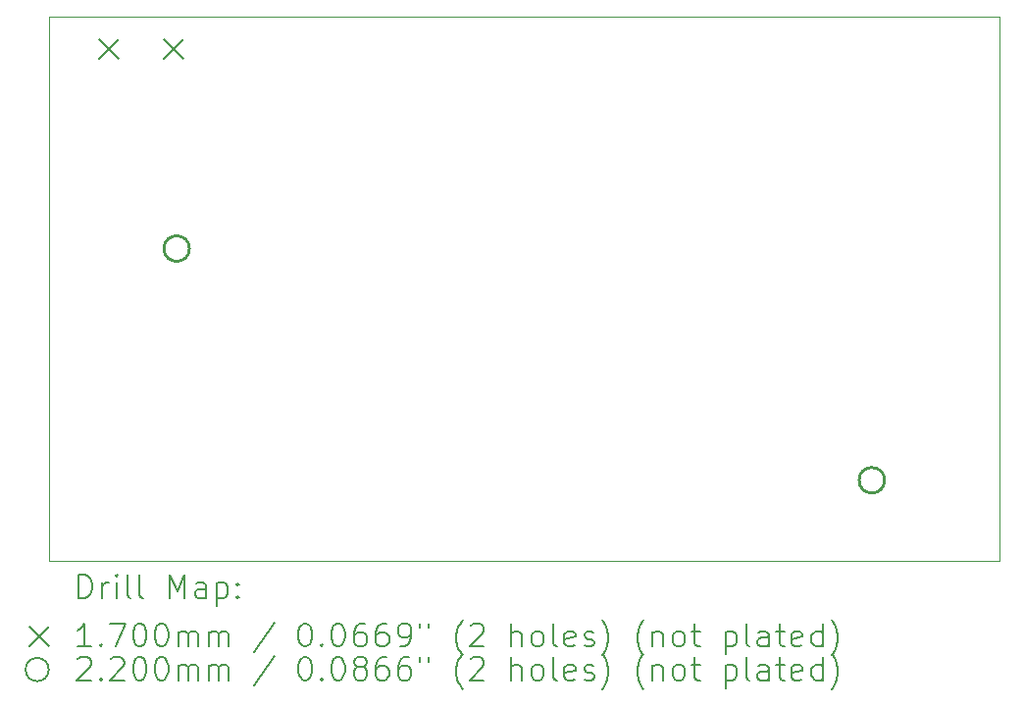
<source format=gbr>
From 11424e61e0315c527d740a2c19b01d88b3a6c7f0 Mon Sep 17 00:00:00 2001
From: Chris Xiong <chirs241097@gmail.com>
Date: Sat, 17 Feb 2024 19:04:54 -0500
Subject: Initial commit for rev 1 board.

---
 out/rbus-adat-NPTH-drl_map.gbr | 1785 ++++++++++++++++++++++++++++++++++++++++
 1 file changed, 1785 insertions(+)
 create mode 100644 out/rbus-adat-NPTH-drl_map.gbr

(limited to 'out/rbus-adat-NPTH-drl_map.gbr')

diff --git a/out/rbus-adat-NPTH-drl_map.gbr b/out/rbus-adat-NPTH-drl_map.gbr
new file mode 100644
index 0000000..1835ff1
--- /dev/null
+++ b/out/rbus-adat-NPTH-drl_map.gbr
@@ -0,0 +1,1785 @@
+%TF.GenerationSoftware,KiCad,Pcbnew,7.0.10*%
+%TF.CreationDate,2024-02-17T01:46:57-05:00*%
+%TF.ProjectId,rbus-adat,72627573-2d61-4646-9174-2e6b69636164,0*%
+%TF.SameCoordinates,Original*%
+%TF.FileFunction,Drillmap*%
+%TF.FilePolarity,Positive*%
+%FSLAX45Y45*%
+G04 Gerber Fmt 4.5, Leading zero omitted, Abs format (unit mm)*
+G04 Created by KiCad (PCBNEW 7.0.10) date 2024-02-17 01:46:57*
+%MOMM*%
+%LPD*%
+G01*
+G04 APERTURE LIST*
+%ADD10C,0.100000*%
+%ADD11C,0.200000*%
+%ADD12C,0.170000*%
+%ADD13C,0.220000*%
+G04 APERTURE END LIST*
+D10*
+X8100000Y-4800000D02*
+X16300000Y-4800000D01*
+X16300000Y-9500000D01*
+X8100000Y-9500000D01*
+X8100000Y-4800000D01*
+D11*
+D12*
+X8527000Y-4995000D02*
+X8697000Y-5165000D01*
+X8697000Y-4995000D02*
+X8527000Y-5165000D01*
+X9087000Y-4995000D02*
+X9257000Y-5165000D01*
+X9257000Y-4995000D02*
+X9087000Y-5165000D01*
+D13*
+X9310000Y-6800000D02*
+G75*
+G03*
+X9090000Y-6800000I-110000J0D01*
+G01*
+X9090000Y-6800000D02*
+G75*
+G03*
+X9310000Y-6800000I110000J0D01*
+G01*
+X15310000Y-8800000D02*
+G75*
+G03*
+X15090000Y-8800000I-110000J0D01*
+G01*
+X15090000Y-8800000D02*
+G75*
+G03*
+X15310000Y-8800000I110000J0D01*
+G01*
+D11*
+X8355777Y-9816484D02*
+X8355777Y-9616484D01*
+X8355777Y-9616484D02*
+X8403396Y-9616484D01*
+X8403396Y-9616484D02*
+X8431967Y-9626008D01*
+X8431967Y-9626008D02*
+X8451015Y-9645055D01*
+X8451015Y-9645055D02*
+X8460539Y-9664103D01*
+X8460539Y-9664103D02*
+X8470063Y-9702198D01*
+X8470063Y-9702198D02*
+X8470063Y-9730770D01*
+X8470063Y-9730770D02*
+X8460539Y-9768865D01*
+X8460539Y-9768865D02*
+X8451015Y-9787912D01*
+X8451015Y-9787912D02*
+X8431967Y-9806960D01*
+X8431967Y-9806960D02*
+X8403396Y-9816484D01*
+X8403396Y-9816484D02*
+X8355777Y-9816484D01*
+X8555777Y-9816484D02*
+X8555777Y-9683150D01*
+X8555777Y-9721246D02*
+X8565301Y-9702198D01*
+X8565301Y-9702198D02*
+X8574824Y-9692674D01*
+X8574824Y-9692674D02*
+X8593872Y-9683150D01*
+X8593872Y-9683150D02*
+X8612920Y-9683150D01*
+X8679586Y-9816484D02*
+X8679586Y-9683150D01*
+X8679586Y-9616484D02*
+X8670063Y-9626008D01*
+X8670063Y-9626008D02*
+X8679586Y-9635531D01*
+X8679586Y-9635531D02*
+X8689110Y-9626008D01*
+X8689110Y-9626008D02*
+X8679586Y-9616484D01*
+X8679586Y-9616484D02*
+X8679586Y-9635531D01*
+X8803396Y-9816484D02*
+X8784348Y-9806960D01*
+X8784348Y-9806960D02*
+X8774824Y-9787912D01*
+X8774824Y-9787912D02*
+X8774824Y-9616484D01*
+X8908158Y-9816484D02*
+X8889110Y-9806960D01*
+X8889110Y-9806960D02*
+X8879586Y-9787912D01*
+X8879586Y-9787912D02*
+X8879586Y-9616484D01*
+X9136729Y-9816484D02*
+X9136729Y-9616484D01*
+X9136729Y-9616484D02*
+X9203396Y-9759341D01*
+X9203396Y-9759341D02*
+X9270063Y-9616484D01*
+X9270063Y-9616484D02*
+X9270063Y-9816484D01*
+X9451015Y-9816484D02*
+X9451015Y-9711722D01*
+X9451015Y-9711722D02*
+X9441491Y-9692674D01*
+X9441491Y-9692674D02*
+X9422444Y-9683150D01*
+X9422444Y-9683150D02*
+X9384348Y-9683150D01*
+X9384348Y-9683150D02*
+X9365301Y-9692674D01*
+X9451015Y-9806960D02*
+X9431967Y-9816484D01*
+X9431967Y-9816484D02*
+X9384348Y-9816484D01*
+X9384348Y-9816484D02*
+X9365301Y-9806960D01*
+X9365301Y-9806960D02*
+X9355777Y-9787912D01*
+X9355777Y-9787912D02*
+X9355777Y-9768865D01*
+X9355777Y-9768865D02*
+X9365301Y-9749817D01*
+X9365301Y-9749817D02*
+X9384348Y-9740293D01*
+X9384348Y-9740293D02*
+X9431967Y-9740293D01*
+X9431967Y-9740293D02*
+X9451015Y-9730770D01*
+X9546253Y-9683150D02*
+X9546253Y-9883150D01*
+X9546253Y-9692674D02*
+X9565301Y-9683150D01*
+X9565301Y-9683150D02*
+X9603396Y-9683150D01*
+X9603396Y-9683150D02*
+X9622444Y-9692674D01*
+X9622444Y-9692674D02*
+X9631967Y-9702198D01*
+X9631967Y-9702198D02*
+X9641491Y-9721246D01*
+X9641491Y-9721246D02*
+X9641491Y-9778389D01*
+X9641491Y-9778389D02*
+X9631967Y-9797436D01*
+X9631967Y-9797436D02*
+X9622444Y-9806960D01*
+X9622444Y-9806960D02*
+X9603396Y-9816484D01*
+X9603396Y-9816484D02*
+X9565301Y-9816484D01*
+X9565301Y-9816484D02*
+X9546253Y-9806960D01*
+X9727205Y-9797436D02*
+X9736729Y-9806960D01*
+X9736729Y-9806960D02*
+X9727205Y-9816484D01*
+X9727205Y-9816484D02*
+X9717682Y-9806960D01*
+X9717682Y-9806960D02*
+X9727205Y-9797436D01*
+X9727205Y-9797436D02*
+X9727205Y-9816484D01*
+X9727205Y-9692674D02*
+X9736729Y-9702198D01*
+X9736729Y-9702198D02*
+X9727205Y-9711722D01*
+X9727205Y-9711722D02*
+X9717682Y-9702198D01*
+X9717682Y-9702198D02*
+X9727205Y-9692674D01*
+X9727205Y-9692674D02*
+X9727205Y-9711722D01*
+D12*
+X7925000Y-10060000D02*
+X8095000Y-10230000D01*
+X8095000Y-10060000D02*
+X7925000Y-10230000D01*
+D11*
+X8460539Y-10236484D02*
+X8346253Y-10236484D01*
+X8403396Y-10236484D02*
+X8403396Y-10036484D01*
+X8403396Y-10036484D02*
+X8384348Y-10065055D01*
+X8384348Y-10065055D02*
+X8365301Y-10084103D01*
+X8365301Y-10084103D02*
+X8346253Y-10093627D01*
+X8546253Y-10217436D02*
+X8555777Y-10226960D01*
+X8555777Y-10226960D02*
+X8546253Y-10236484D01*
+X8546253Y-10236484D02*
+X8536729Y-10226960D01*
+X8536729Y-10226960D02*
+X8546253Y-10217436D01*
+X8546253Y-10217436D02*
+X8546253Y-10236484D01*
+X8622444Y-10036484D02*
+X8755777Y-10036484D01*
+X8755777Y-10036484D02*
+X8670063Y-10236484D01*
+X8870063Y-10036484D02*
+X8889110Y-10036484D01*
+X8889110Y-10036484D02*
+X8908158Y-10046008D01*
+X8908158Y-10046008D02*
+X8917682Y-10055531D01*
+X8917682Y-10055531D02*
+X8927205Y-10074579D01*
+X8927205Y-10074579D02*
+X8936729Y-10112674D01*
+X8936729Y-10112674D02*
+X8936729Y-10160293D01*
+X8936729Y-10160293D02*
+X8927205Y-10198389D01*
+X8927205Y-10198389D02*
+X8917682Y-10217436D01*
+X8917682Y-10217436D02*
+X8908158Y-10226960D01*
+X8908158Y-10226960D02*
+X8889110Y-10236484D01*
+X8889110Y-10236484D02*
+X8870063Y-10236484D01*
+X8870063Y-10236484D02*
+X8851015Y-10226960D01*
+X8851015Y-10226960D02*
+X8841491Y-10217436D01*
+X8841491Y-10217436D02*
+X8831967Y-10198389D01*
+X8831967Y-10198389D02*
+X8822444Y-10160293D01*
+X8822444Y-10160293D02*
+X8822444Y-10112674D01*
+X8822444Y-10112674D02*
+X8831967Y-10074579D01*
+X8831967Y-10074579D02*
+X8841491Y-10055531D01*
+X8841491Y-10055531D02*
+X8851015Y-10046008D01*
+X8851015Y-10046008D02*
+X8870063Y-10036484D01*
+X9060539Y-10036484D02*
+X9079586Y-10036484D01*
+X9079586Y-10036484D02*
+X9098634Y-10046008D01*
+X9098634Y-10046008D02*
+X9108158Y-10055531D01*
+X9108158Y-10055531D02*
+X9117682Y-10074579D01*
+X9117682Y-10074579D02*
+X9127205Y-10112674D01*
+X9127205Y-10112674D02*
+X9127205Y-10160293D01*
+X9127205Y-10160293D02*
+X9117682Y-10198389D01*
+X9117682Y-10198389D02*
+X9108158Y-10217436D01*
+X9108158Y-10217436D02*
+X9098634Y-10226960D01*
+X9098634Y-10226960D02*
+X9079586Y-10236484D01*
+X9079586Y-10236484D02*
+X9060539Y-10236484D01*
+X9060539Y-10236484D02*
+X9041491Y-10226960D01*
+X9041491Y-10226960D02*
+X9031967Y-10217436D01*
+X9031967Y-10217436D02*
+X9022444Y-10198389D01*
+X9022444Y-10198389D02*
+X9012920Y-10160293D01*
+X9012920Y-10160293D02*
+X9012920Y-10112674D01*
+X9012920Y-10112674D02*
+X9022444Y-10074579D01*
+X9022444Y-10074579D02*
+X9031967Y-10055531D01*
+X9031967Y-10055531D02*
+X9041491Y-10046008D01*
+X9041491Y-10046008D02*
+X9060539Y-10036484D01*
+X9212920Y-10236484D02*
+X9212920Y-10103150D01*
+X9212920Y-10122198D02*
+X9222444Y-10112674D01*
+X9222444Y-10112674D02*
+X9241491Y-10103150D01*
+X9241491Y-10103150D02*
+X9270063Y-10103150D01*
+X9270063Y-10103150D02*
+X9289110Y-10112674D01*
+X9289110Y-10112674D02*
+X9298634Y-10131722D01*
+X9298634Y-10131722D02*
+X9298634Y-10236484D01*
+X9298634Y-10131722D02*
+X9308158Y-10112674D01*
+X9308158Y-10112674D02*
+X9327205Y-10103150D01*
+X9327205Y-10103150D02*
+X9355777Y-10103150D01*
+X9355777Y-10103150D02*
+X9374825Y-10112674D01*
+X9374825Y-10112674D02*
+X9384348Y-10131722D01*
+X9384348Y-10131722D02*
+X9384348Y-10236484D01*
+X9479586Y-10236484D02*
+X9479586Y-10103150D01*
+X9479586Y-10122198D02*
+X9489110Y-10112674D01*
+X9489110Y-10112674D02*
+X9508158Y-10103150D01*
+X9508158Y-10103150D02*
+X9536729Y-10103150D01*
+X9536729Y-10103150D02*
+X9555777Y-10112674D01*
+X9555777Y-10112674D02*
+X9565301Y-10131722D01*
+X9565301Y-10131722D02*
+X9565301Y-10236484D01*
+X9565301Y-10131722D02*
+X9574825Y-10112674D01*
+X9574825Y-10112674D02*
+X9593872Y-10103150D01*
+X9593872Y-10103150D02*
+X9622444Y-10103150D01*
+X9622444Y-10103150D02*
+X9641491Y-10112674D01*
+X9641491Y-10112674D02*
+X9651015Y-10131722D01*
+X9651015Y-10131722D02*
+X9651015Y-10236484D01*
+X10041491Y-10026960D02*
+X9870063Y-10284103D01*
+X10298634Y-10036484D02*
+X10317682Y-10036484D01*
+X10317682Y-10036484D02*
+X10336729Y-10046008D01*
+X10336729Y-10046008D02*
+X10346253Y-10055531D01*
+X10346253Y-10055531D02*
+X10355777Y-10074579D01*
+X10355777Y-10074579D02*
+X10365301Y-10112674D01*
+X10365301Y-10112674D02*
+X10365301Y-10160293D01*
+X10365301Y-10160293D02*
+X10355777Y-10198389D01*
+X10355777Y-10198389D02*
+X10346253Y-10217436D01*
+X10346253Y-10217436D02*
+X10336729Y-10226960D01*
+X10336729Y-10226960D02*
+X10317682Y-10236484D01*
+X10317682Y-10236484D02*
+X10298634Y-10236484D01*
+X10298634Y-10236484D02*
+X10279587Y-10226960D01*
+X10279587Y-10226960D02*
+X10270063Y-10217436D01*
+X10270063Y-10217436D02*
+X10260539Y-10198389D01*
+X10260539Y-10198389D02*
+X10251015Y-10160293D01*
+X10251015Y-10160293D02*
+X10251015Y-10112674D01*
+X10251015Y-10112674D02*
+X10260539Y-10074579D01*
+X10260539Y-10074579D02*
+X10270063Y-10055531D01*
+X10270063Y-10055531D02*
+X10279587Y-10046008D01*
+X10279587Y-10046008D02*
+X10298634Y-10036484D01*
+X10451015Y-10217436D02*
+X10460539Y-10226960D01*
+X10460539Y-10226960D02*
+X10451015Y-10236484D01*
+X10451015Y-10236484D02*
+X10441491Y-10226960D01*
+X10441491Y-10226960D02*
+X10451015Y-10217436D01*
+X10451015Y-10217436D02*
+X10451015Y-10236484D01*
+X10584348Y-10036484D02*
+X10603396Y-10036484D01*
+X10603396Y-10036484D02*
+X10622444Y-10046008D01*
+X10622444Y-10046008D02*
+X10631968Y-10055531D01*
+X10631968Y-10055531D02*
+X10641491Y-10074579D01*
+X10641491Y-10074579D02*
+X10651015Y-10112674D01*
+X10651015Y-10112674D02*
+X10651015Y-10160293D01*
+X10651015Y-10160293D02*
+X10641491Y-10198389D01*
+X10641491Y-10198389D02*
+X10631968Y-10217436D01*
+X10631968Y-10217436D02*
+X10622444Y-10226960D01*
+X10622444Y-10226960D02*
+X10603396Y-10236484D01*
+X10603396Y-10236484D02*
+X10584348Y-10236484D01*
+X10584348Y-10236484D02*
+X10565301Y-10226960D01*
+X10565301Y-10226960D02*
+X10555777Y-10217436D01*
+X10555777Y-10217436D02*
+X10546253Y-10198389D01*
+X10546253Y-10198389D02*
+X10536729Y-10160293D01*
+X10536729Y-10160293D02*
+X10536729Y-10112674D01*
+X10536729Y-10112674D02*
+X10546253Y-10074579D01*
+X10546253Y-10074579D02*
+X10555777Y-10055531D01*
+X10555777Y-10055531D02*
+X10565301Y-10046008D01*
+X10565301Y-10046008D02*
+X10584348Y-10036484D01*
+X10822444Y-10036484D02*
+X10784348Y-10036484D01*
+X10784348Y-10036484D02*
+X10765301Y-10046008D01*
+X10765301Y-10046008D02*
+X10755777Y-10055531D01*
+X10755777Y-10055531D02*
+X10736729Y-10084103D01*
+X10736729Y-10084103D02*
+X10727206Y-10122198D01*
+X10727206Y-10122198D02*
+X10727206Y-10198389D01*
+X10727206Y-10198389D02*
+X10736729Y-10217436D01*
+X10736729Y-10217436D02*
+X10746253Y-10226960D01*
+X10746253Y-10226960D02*
+X10765301Y-10236484D01*
+X10765301Y-10236484D02*
+X10803396Y-10236484D01*
+X10803396Y-10236484D02*
+X10822444Y-10226960D01*
+X10822444Y-10226960D02*
+X10831968Y-10217436D01*
+X10831968Y-10217436D02*
+X10841491Y-10198389D01*
+X10841491Y-10198389D02*
+X10841491Y-10150770D01*
+X10841491Y-10150770D02*
+X10831968Y-10131722D01*
+X10831968Y-10131722D02*
+X10822444Y-10122198D01*
+X10822444Y-10122198D02*
+X10803396Y-10112674D01*
+X10803396Y-10112674D02*
+X10765301Y-10112674D01*
+X10765301Y-10112674D02*
+X10746253Y-10122198D01*
+X10746253Y-10122198D02*
+X10736729Y-10131722D01*
+X10736729Y-10131722D02*
+X10727206Y-10150770D01*
+X11012920Y-10036484D02*
+X10974825Y-10036484D01*
+X10974825Y-10036484D02*
+X10955777Y-10046008D01*
+X10955777Y-10046008D02*
+X10946253Y-10055531D01*
+X10946253Y-10055531D02*
+X10927206Y-10084103D01*
+X10927206Y-10084103D02*
+X10917682Y-10122198D01*
+X10917682Y-10122198D02*
+X10917682Y-10198389D01*
+X10917682Y-10198389D02*
+X10927206Y-10217436D01*
+X10927206Y-10217436D02*
+X10936729Y-10226960D01*
+X10936729Y-10226960D02*
+X10955777Y-10236484D01*
+X10955777Y-10236484D02*
+X10993872Y-10236484D01*
+X10993872Y-10236484D02*
+X11012920Y-10226960D01*
+X11012920Y-10226960D02*
+X11022444Y-10217436D01*
+X11022444Y-10217436D02*
+X11031968Y-10198389D01*
+X11031968Y-10198389D02*
+X11031968Y-10150770D01*
+X11031968Y-10150770D02*
+X11022444Y-10131722D01*
+X11022444Y-10131722D02*
+X11012920Y-10122198D01*
+X11012920Y-10122198D02*
+X10993872Y-10112674D01*
+X10993872Y-10112674D02*
+X10955777Y-10112674D01*
+X10955777Y-10112674D02*
+X10936729Y-10122198D01*
+X10936729Y-10122198D02*
+X10927206Y-10131722D01*
+X10927206Y-10131722D02*
+X10917682Y-10150770D01*
+X11127206Y-10236484D02*
+X11165301Y-10236484D01*
+X11165301Y-10236484D02*
+X11184349Y-10226960D01*
+X11184349Y-10226960D02*
+X11193872Y-10217436D01*
+X11193872Y-10217436D02*
+X11212920Y-10188865D01*
+X11212920Y-10188865D02*
+X11222444Y-10150770D01*
+X11222444Y-10150770D02*
+X11222444Y-10074579D01*
+X11222444Y-10074579D02*
+X11212920Y-10055531D01*
+X11212920Y-10055531D02*
+X11203396Y-10046008D01*
+X11203396Y-10046008D02*
+X11184349Y-10036484D01*
+X11184349Y-10036484D02*
+X11146253Y-10036484D01*
+X11146253Y-10036484D02*
+X11127206Y-10046008D01*
+X11127206Y-10046008D02*
+X11117682Y-10055531D01*
+X11117682Y-10055531D02*
+X11108158Y-10074579D01*
+X11108158Y-10074579D02*
+X11108158Y-10122198D01*
+X11108158Y-10122198D02*
+X11117682Y-10141246D01*
+X11117682Y-10141246D02*
+X11127206Y-10150770D01*
+X11127206Y-10150770D02*
+X11146253Y-10160293D01*
+X11146253Y-10160293D02*
+X11184349Y-10160293D01*
+X11184349Y-10160293D02*
+X11203396Y-10150770D01*
+X11203396Y-10150770D02*
+X11212920Y-10141246D01*
+X11212920Y-10141246D02*
+X11222444Y-10122198D01*
+X11298634Y-10036484D02*
+X11298634Y-10074579D01*
+X11374825Y-10036484D02*
+X11374825Y-10074579D01*
+X11670063Y-10312674D02*
+X11660539Y-10303150D01*
+X11660539Y-10303150D02*
+X11641491Y-10274579D01*
+X11641491Y-10274579D02*
+X11631968Y-10255531D01*
+X11631968Y-10255531D02*
+X11622444Y-10226960D01*
+X11622444Y-10226960D02*
+X11612920Y-10179341D01*
+X11612920Y-10179341D02*
+X11612920Y-10141246D01*
+X11612920Y-10141246D02*
+X11622444Y-10093627D01*
+X11622444Y-10093627D02*
+X11631968Y-10065055D01*
+X11631968Y-10065055D02*
+X11641491Y-10046008D01*
+X11641491Y-10046008D02*
+X11660539Y-10017436D01*
+X11660539Y-10017436D02*
+X11670063Y-10007912D01*
+X11736729Y-10055531D02*
+X11746253Y-10046008D01*
+X11746253Y-10046008D02*
+X11765301Y-10036484D01*
+X11765301Y-10036484D02*
+X11812920Y-10036484D01*
+X11812920Y-10036484D02*
+X11831968Y-10046008D01*
+X11831968Y-10046008D02*
+X11841491Y-10055531D01*
+X11841491Y-10055531D02*
+X11851015Y-10074579D01*
+X11851015Y-10074579D02*
+X11851015Y-10093627D01*
+X11851015Y-10093627D02*
+X11841491Y-10122198D01*
+X11841491Y-10122198D02*
+X11727206Y-10236484D01*
+X11727206Y-10236484D02*
+X11851015Y-10236484D01*
+X12089110Y-10236484D02*
+X12089110Y-10036484D01*
+X12174825Y-10236484D02*
+X12174825Y-10131722D01*
+X12174825Y-10131722D02*
+X12165301Y-10112674D01*
+X12165301Y-10112674D02*
+X12146253Y-10103150D01*
+X12146253Y-10103150D02*
+X12117682Y-10103150D01*
+X12117682Y-10103150D02*
+X12098634Y-10112674D01*
+X12098634Y-10112674D02*
+X12089110Y-10122198D01*
+X12298634Y-10236484D02*
+X12279587Y-10226960D01*
+X12279587Y-10226960D02*
+X12270063Y-10217436D01*
+X12270063Y-10217436D02*
+X12260539Y-10198389D01*
+X12260539Y-10198389D02*
+X12260539Y-10141246D01*
+X12260539Y-10141246D02*
+X12270063Y-10122198D01*
+X12270063Y-10122198D02*
+X12279587Y-10112674D01*
+X12279587Y-10112674D02*
+X12298634Y-10103150D01*
+X12298634Y-10103150D02*
+X12327206Y-10103150D01*
+X12327206Y-10103150D02*
+X12346253Y-10112674D01*
+X12346253Y-10112674D02*
+X12355777Y-10122198D01*
+X12355777Y-10122198D02*
+X12365301Y-10141246D01*
+X12365301Y-10141246D02*
+X12365301Y-10198389D01*
+X12365301Y-10198389D02*
+X12355777Y-10217436D01*
+X12355777Y-10217436D02*
+X12346253Y-10226960D01*
+X12346253Y-10226960D02*
+X12327206Y-10236484D01*
+X12327206Y-10236484D02*
+X12298634Y-10236484D01*
+X12479587Y-10236484D02*
+X12460539Y-10226960D01*
+X12460539Y-10226960D02*
+X12451015Y-10207912D01*
+X12451015Y-10207912D02*
+X12451015Y-10036484D01*
+X12631968Y-10226960D02*
+X12612920Y-10236484D01*
+X12612920Y-10236484D02*
+X12574825Y-10236484D01*
+X12574825Y-10236484D02*
+X12555777Y-10226960D01*
+X12555777Y-10226960D02*
+X12546253Y-10207912D01*
+X12546253Y-10207912D02*
+X12546253Y-10131722D01*
+X12546253Y-10131722D02*
+X12555777Y-10112674D01*
+X12555777Y-10112674D02*
+X12574825Y-10103150D01*
+X12574825Y-10103150D02*
+X12612920Y-10103150D01*
+X12612920Y-10103150D02*
+X12631968Y-10112674D01*
+X12631968Y-10112674D02*
+X12641491Y-10131722D01*
+X12641491Y-10131722D02*
+X12641491Y-10150770D01*
+X12641491Y-10150770D02*
+X12546253Y-10169817D01*
+X12717682Y-10226960D02*
+X12736730Y-10236484D01*
+X12736730Y-10236484D02*
+X12774825Y-10236484D01*
+X12774825Y-10236484D02*
+X12793872Y-10226960D01*
+X12793872Y-10226960D02*
+X12803396Y-10207912D01*
+X12803396Y-10207912D02*
+X12803396Y-10198389D01*
+X12803396Y-10198389D02*
+X12793872Y-10179341D01*
+X12793872Y-10179341D02*
+X12774825Y-10169817D01*
+X12774825Y-10169817D02*
+X12746253Y-10169817D01*
+X12746253Y-10169817D02*
+X12727206Y-10160293D01*
+X12727206Y-10160293D02*
+X12717682Y-10141246D01*
+X12717682Y-10141246D02*
+X12717682Y-10131722D01*
+X12717682Y-10131722D02*
+X12727206Y-10112674D01*
+X12727206Y-10112674D02*
+X12746253Y-10103150D01*
+X12746253Y-10103150D02*
+X12774825Y-10103150D01*
+X12774825Y-10103150D02*
+X12793872Y-10112674D01*
+X12870063Y-10312674D02*
+X12879587Y-10303150D01*
+X12879587Y-10303150D02*
+X12898634Y-10274579D01*
+X12898634Y-10274579D02*
+X12908158Y-10255531D01*
+X12908158Y-10255531D02*
+X12917682Y-10226960D01*
+X12917682Y-10226960D02*
+X12927206Y-10179341D01*
+X12927206Y-10179341D02*
+X12927206Y-10141246D01*
+X12927206Y-10141246D02*
+X12917682Y-10093627D01*
+X12917682Y-10093627D02*
+X12908158Y-10065055D01*
+X12908158Y-10065055D02*
+X12898634Y-10046008D01*
+X12898634Y-10046008D02*
+X12879587Y-10017436D01*
+X12879587Y-10017436D02*
+X12870063Y-10007912D01*
+X13231968Y-10312674D02*
+X13222444Y-10303150D01*
+X13222444Y-10303150D02*
+X13203396Y-10274579D01*
+X13203396Y-10274579D02*
+X13193872Y-10255531D01*
+X13193872Y-10255531D02*
+X13184349Y-10226960D01*
+X13184349Y-10226960D02*
+X13174825Y-10179341D01*
+X13174825Y-10179341D02*
+X13174825Y-10141246D01*
+X13174825Y-10141246D02*
+X13184349Y-10093627D01*
+X13184349Y-10093627D02*
+X13193872Y-10065055D01*
+X13193872Y-10065055D02*
+X13203396Y-10046008D01*
+X13203396Y-10046008D02*
+X13222444Y-10017436D01*
+X13222444Y-10017436D02*
+X13231968Y-10007912D01*
+X13308158Y-10103150D02*
+X13308158Y-10236484D01*
+X13308158Y-10122198D02*
+X13317682Y-10112674D01*
+X13317682Y-10112674D02*
+X13336730Y-10103150D01*
+X13336730Y-10103150D02*
+X13365301Y-10103150D01*
+X13365301Y-10103150D02*
+X13384349Y-10112674D01*
+X13384349Y-10112674D02*
+X13393872Y-10131722D01*
+X13393872Y-10131722D02*
+X13393872Y-10236484D01*
+X13517682Y-10236484D02*
+X13498634Y-10226960D01*
+X13498634Y-10226960D02*
+X13489111Y-10217436D01*
+X13489111Y-10217436D02*
+X13479587Y-10198389D01*
+X13479587Y-10198389D02*
+X13479587Y-10141246D01*
+X13479587Y-10141246D02*
+X13489111Y-10122198D01*
+X13489111Y-10122198D02*
+X13498634Y-10112674D01*
+X13498634Y-10112674D02*
+X13517682Y-10103150D01*
+X13517682Y-10103150D02*
+X13546253Y-10103150D01*
+X13546253Y-10103150D02*
+X13565301Y-10112674D01*
+X13565301Y-10112674D02*
+X13574825Y-10122198D01*
+X13574825Y-10122198D02*
+X13584349Y-10141246D01*
+X13584349Y-10141246D02*
+X13584349Y-10198389D01*
+X13584349Y-10198389D02*
+X13574825Y-10217436D01*
+X13574825Y-10217436D02*
+X13565301Y-10226960D01*
+X13565301Y-10226960D02*
+X13546253Y-10236484D01*
+X13546253Y-10236484D02*
+X13517682Y-10236484D01*
+X13641492Y-10103150D02*
+X13717682Y-10103150D01*
+X13670063Y-10036484D02*
+X13670063Y-10207912D01*
+X13670063Y-10207912D02*
+X13679587Y-10226960D01*
+X13679587Y-10226960D02*
+X13698634Y-10236484D01*
+X13698634Y-10236484D02*
+X13717682Y-10236484D01*
+X13936730Y-10103150D02*
+X13936730Y-10303150D01*
+X13936730Y-10112674D02*
+X13955777Y-10103150D01*
+X13955777Y-10103150D02*
+X13993873Y-10103150D01*
+X13993873Y-10103150D02*
+X14012920Y-10112674D01*
+X14012920Y-10112674D02*
+X14022444Y-10122198D01*
+X14022444Y-10122198D02*
+X14031968Y-10141246D01*
+X14031968Y-10141246D02*
+X14031968Y-10198389D01*
+X14031968Y-10198389D02*
+X14022444Y-10217436D01*
+X14022444Y-10217436D02*
+X14012920Y-10226960D01*
+X14012920Y-10226960D02*
+X13993873Y-10236484D01*
+X13993873Y-10236484D02*
+X13955777Y-10236484D01*
+X13955777Y-10236484D02*
+X13936730Y-10226960D01*
+X14146253Y-10236484D02*
+X14127206Y-10226960D01*
+X14127206Y-10226960D02*
+X14117682Y-10207912D01*
+X14117682Y-10207912D02*
+X14117682Y-10036484D01*
+X14308158Y-10236484D02*
+X14308158Y-10131722D01*
+X14308158Y-10131722D02*
+X14298634Y-10112674D01*
+X14298634Y-10112674D02*
+X14279587Y-10103150D01*
+X14279587Y-10103150D02*
+X14241492Y-10103150D01*
+X14241492Y-10103150D02*
+X14222444Y-10112674D01*
+X14308158Y-10226960D02*
+X14289111Y-10236484D01*
+X14289111Y-10236484D02*
+X14241492Y-10236484D01*
+X14241492Y-10236484D02*
+X14222444Y-10226960D01*
+X14222444Y-10226960D02*
+X14212920Y-10207912D01*
+X14212920Y-10207912D02*
+X14212920Y-10188865D01*
+X14212920Y-10188865D02*
+X14222444Y-10169817D01*
+X14222444Y-10169817D02*
+X14241492Y-10160293D01*
+X14241492Y-10160293D02*
+X14289111Y-10160293D01*
+X14289111Y-10160293D02*
+X14308158Y-10150770D01*
+X14374825Y-10103150D02*
+X14451015Y-10103150D01*
+X14403396Y-10036484D02*
+X14403396Y-10207912D01*
+X14403396Y-10207912D02*
+X14412920Y-10226960D01*
+X14412920Y-10226960D02*
+X14431968Y-10236484D01*
+X14431968Y-10236484D02*
+X14451015Y-10236484D01*
+X14593873Y-10226960D02*
+X14574825Y-10236484D01*
+X14574825Y-10236484D02*
+X14536730Y-10236484D01*
+X14536730Y-10236484D02*
+X14517682Y-10226960D01*
+X14517682Y-10226960D02*
+X14508158Y-10207912D01*
+X14508158Y-10207912D02*
+X14508158Y-10131722D01*
+X14508158Y-10131722D02*
+X14517682Y-10112674D01*
+X14517682Y-10112674D02*
+X14536730Y-10103150D01*
+X14536730Y-10103150D02*
+X14574825Y-10103150D01*
+X14574825Y-10103150D02*
+X14593873Y-10112674D01*
+X14593873Y-10112674D02*
+X14603396Y-10131722D01*
+X14603396Y-10131722D02*
+X14603396Y-10150770D01*
+X14603396Y-10150770D02*
+X14508158Y-10169817D01*
+X14774825Y-10236484D02*
+X14774825Y-10036484D01*
+X14774825Y-10226960D02*
+X14755777Y-10236484D01*
+X14755777Y-10236484D02*
+X14717682Y-10236484D01*
+X14717682Y-10236484D02*
+X14698634Y-10226960D01*
+X14698634Y-10226960D02*
+X14689111Y-10217436D01*
+X14689111Y-10217436D02*
+X14679587Y-10198389D01*
+X14679587Y-10198389D02*
+X14679587Y-10141246D01*
+X14679587Y-10141246D02*
+X14689111Y-10122198D01*
+X14689111Y-10122198D02*
+X14698634Y-10112674D01*
+X14698634Y-10112674D02*
+X14717682Y-10103150D01*
+X14717682Y-10103150D02*
+X14755777Y-10103150D01*
+X14755777Y-10103150D02*
+X14774825Y-10112674D01*
+X14851015Y-10312674D02*
+X14860539Y-10303150D01*
+X14860539Y-10303150D02*
+X14879587Y-10274579D01*
+X14879587Y-10274579D02*
+X14889111Y-10255531D01*
+X14889111Y-10255531D02*
+X14898634Y-10226960D01*
+X14898634Y-10226960D02*
+X14908158Y-10179341D01*
+X14908158Y-10179341D02*
+X14908158Y-10141246D01*
+X14908158Y-10141246D02*
+X14898634Y-10093627D01*
+X14898634Y-10093627D02*
+X14889111Y-10065055D01*
+X14889111Y-10065055D02*
+X14879587Y-10046008D01*
+X14879587Y-10046008D02*
+X14860539Y-10017436D01*
+X14860539Y-10017436D02*
+X14851015Y-10007912D01*
+X8095000Y-10435000D02*
+G75*
+G03*
+X7895000Y-10435000I-100000J0D01*
+G01*
+X7895000Y-10435000D02*
+G75*
+G03*
+X8095000Y-10435000I100000J0D01*
+G01*
+X8346253Y-10345531D02*
+X8355777Y-10336008D01*
+X8355777Y-10336008D02*
+X8374824Y-10326484D01*
+X8374824Y-10326484D02*
+X8422444Y-10326484D01*
+X8422444Y-10326484D02*
+X8441491Y-10336008D01*
+X8441491Y-10336008D02*
+X8451015Y-10345531D01*
+X8451015Y-10345531D02*
+X8460539Y-10364579D01*
+X8460539Y-10364579D02*
+X8460539Y-10383627D01*
+X8460539Y-10383627D02*
+X8451015Y-10412198D01*
+X8451015Y-10412198D02*
+X8336729Y-10526484D01*
+X8336729Y-10526484D02*
+X8460539Y-10526484D01*
+X8546253Y-10507436D02*
+X8555777Y-10516960D01*
+X8555777Y-10516960D02*
+X8546253Y-10526484D01*
+X8546253Y-10526484D02*
+X8536729Y-10516960D01*
+X8536729Y-10516960D02*
+X8546253Y-10507436D01*
+X8546253Y-10507436D02*
+X8546253Y-10526484D01*
+X8631967Y-10345531D02*
+X8641491Y-10336008D01*
+X8641491Y-10336008D02*
+X8660539Y-10326484D01*
+X8660539Y-10326484D02*
+X8708158Y-10326484D01*
+X8708158Y-10326484D02*
+X8727205Y-10336008D01*
+X8727205Y-10336008D02*
+X8736729Y-10345531D01*
+X8736729Y-10345531D02*
+X8746253Y-10364579D01*
+X8746253Y-10364579D02*
+X8746253Y-10383627D01*
+X8746253Y-10383627D02*
+X8736729Y-10412198D01*
+X8736729Y-10412198D02*
+X8622444Y-10526484D01*
+X8622444Y-10526484D02*
+X8746253Y-10526484D01*
+X8870063Y-10326484D02*
+X8889110Y-10326484D01*
+X8889110Y-10326484D02*
+X8908158Y-10336008D01*
+X8908158Y-10336008D02*
+X8917682Y-10345531D01*
+X8917682Y-10345531D02*
+X8927205Y-10364579D01*
+X8927205Y-10364579D02*
+X8936729Y-10402674D01*
+X8936729Y-10402674D02*
+X8936729Y-10450293D01*
+X8936729Y-10450293D02*
+X8927205Y-10488389D01*
+X8927205Y-10488389D02*
+X8917682Y-10507436D01*
+X8917682Y-10507436D02*
+X8908158Y-10516960D01*
+X8908158Y-10516960D02*
+X8889110Y-10526484D01*
+X8889110Y-10526484D02*
+X8870063Y-10526484D01*
+X8870063Y-10526484D02*
+X8851015Y-10516960D01*
+X8851015Y-10516960D02*
+X8841491Y-10507436D01*
+X8841491Y-10507436D02*
+X8831967Y-10488389D01*
+X8831967Y-10488389D02*
+X8822444Y-10450293D01*
+X8822444Y-10450293D02*
+X8822444Y-10402674D01*
+X8822444Y-10402674D02*
+X8831967Y-10364579D01*
+X8831967Y-10364579D02*
+X8841491Y-10345531D01*
+X8841491Y-10345531D02*
+X8851015Y-10336008D01*
+X8851015Y-10336008D02*
+X8870063Y-10326484D01*
+X9060539Y-10326484D02*
+X9079586Y-10326484D01*
+X9079586Y-10326484D02*
+X9098634Y-10336008D01*
+X9098634Y-10336008D02*
+X9108158Y-10345531D01*
+X9108158Y-10345531D02*
+X9117682Y-10364579D01*
+X9117682Y-10364579D02*
+X9127205Y-10402674D01*
+X9127205Y-10402674D02*
+X9127205Y-10450293D01*
+X9127205Y-10450293D02*
+X9117682Y-10488389D01*
+X9117682Y-10488389D02*
+X9108158Y-10507436D01*
+X9108158Y-10507436D02*
+X9098634Y-10516960D01*
+X9098634Y-10516960D02*
+X9079586Y-10526484D01*
+X9079586Y-10526484D02*
+X9060539Y-10526484D01*
+X9060539Y-10526484D02*
+X9041491Y-10516960D01*
+X9041491Y-10516960D02*
+X9031967Y-10507436D01*
+X9031967Y-10507436D02*
+X9022444Y-10488389D01*
+X9022444Y-10488389D02*
+X9012920Y-10450293D01*
+X9012920Y-10450293D02*
+X9012920Y-10402674D01*
+X9012920Y-10402674D02*
+X9022444Y-10364579D01*
+X9022444Y-10364579D02*
+X9031967Y-10345531D01*
+X9031967Y-10345531D02*
+X9041491Y-10336008D01*
+X9041491Y-10336008D02*
+X9060539Y-10326484D01*
+X9212920Y-10526484D02*
+X9212920Y-10393150D01*
+X9212920Y-10412198D02*
+X9222444Y-10402674D01*
+X9222444Y-10402674D02*
+X9241491Y-10393150D01*
+X9241491Y-10393150D02*
+X9270063Y-10393150D01*
+X9270063Y-10393150D02*
+X9289110Y-10402674D01*
+X9289110Y-10402674D02*
+X9298634Y-10421722D01*
+X9298634Y-10421722D02*
+X9298634Y-10526484D01*
+X9298634Y-10421722D02*
+X9308158Y-10402674D01*
+X9308158Y-10402674D02*
+X9327205Y-10393150D01*
+X9327205Y-10393150D02*
+X9355777Y-10393150D01*
+X9355777Y-10393150D02*
+X9374825Y-10402674D01*
+X9374825Y-10402674D02*
+X9384348Y-10421722D01*
+X9384348Y-10421722D02*
+X9384348Y-10526484D01*
+X9479586Y-10526484D02*
+X9479586Y-10393150D01*
+X9479586Y-10412198D02*
+X9489110Y-10402674D01*
+X9489110Y-10402674D02*
+X9508158Y-10393150D01*
+X9508158Y-10393150D02*
+X9536729Y-10393150D01*
+X9536729Y-10393150D02*
+X9555777Y-10402674D01*
+X9555777Y-10402674D02*
+X9565301Y-10421722D01*
+X9565301Y-10421722D02*
+X9565301Y-10526484D01*
+X9565301Y-10421722D02*
+X9574825Y-10402674D01*
+X9574825Y-10402674D02*
+X9593872Y-10393150D01*
+X9593872Y-10393150D02*
+X9622444Y-10393150D01*
+X9622444Y-10393150D02*
+X9641491Y-10402674D01*
+X9641491Y-10402674D02*
+X9651015Y-10421722D01*
+X9651015Y-10421722D02*
+X9651015Y-10526484D01*
+X10041491Y-10316960D02*
+X9870063Y-10574103D01*
+X10298634Y-10326484D02*
+X10317682Y-10326484D01*
+X10317682Y-10326484D02*
+X10336729Y-10336008D01*
+X10336729Y-10336008D02*
+X10346253Y-10345531D01*
+X10346253Y-10345531D02*
+X10355777Y-10364579D01*
+X10355777Y-10364579D02*
+X10365301Y-10402674D01*
+X10365301Y-10402674D02*
+X10365301Y-10450293D01*
+X10365301Y-10450293D02*
+X10355777Y-10488389D01*
+X10355777Y-10488389D02*
+X10346253Y-10507436D01*
+X10346253Y-10507436D02*
+X10336729Y-10516960D01*
+X10336729Y-10516960D02*
+X10317682Y-10526484D01*
+X10317682Y-10526484D02*
+X10298634Y-10526484D01*
+X10298634Y-10526484D02*
+X10279587Y-10516960D01*
+X10279587Y-10516960D02*
+X10270063Y-10507436D01*
+X10270063Y-10507436D02*
+X10260539Y-10488389D01*
+X10260539Y-10488389D02*
+X10251015Y-10450293D01*
+X10251015Y-10450293D02*
+X10251015Y-10402674D01*
+X10251015Y-10402674D02*
+X10260539Y-10364579D01*
+X10260539Y-10364579D02*
+X10270063Y-10345531D01*
+X10270063Y-10345531D02*
+X10279587Y-10336008D01*
+X10279587Y-10336008D02*
+X10298634Y-10326484D01*
+X10451015Y-10507436D02*
+X10460539Y-10516960D01*
+X10460539Y-10516960D02*
+X10451015Y-10526484D01*
+X10451015Y-10526484D02*
+X10441491Y-10516960D01*
+X10441491Y-10516960D02*
+X10451015Y-10507436D01*
+X10451015Y-10507436D02*
+X10451015Y-10526484D01*
+X10584348Y-10326484D02*
+X10603396Y-10326484D01*
+X10603396Y-10326484D02*
+X10622444Y-10336008D01*
+X10622444Y-10336008D02*
+X10631968Y-10345531D01*
+X10631968Y-10345531D02*
+X10641491Y-10364579D01*
+X10641491Y-10364579D02*
+X10651015Y-10402674D01*
+X10651015Y-10402674D02*
+X10651015Y-10450293D01*
+X10651015Y-10450293D02*
+X10641491Y-10488389D01*
+X10641491Y-10488389D02*
+X10631968Y-10507436D01*
+X10631968Y-10507436D02*
+X10622444Y-10516960D01*
+X10622444Y-10516960D02*
+X10603396Y-10526484D01*
+X10603396Y-10526484D02*
+X10584348Y-10526484D01*
+X10584348Y-10526484D02*
+X10565301Y-10516960D01*
+X10565301Y-10516960D02*
+X10555777Y-10507436D01*
+X10555777Y-10507436D02*
+X10546253Y-10488389D01*
+X10546253Y-10488389D02*
+X10536729Y-10450293D01*
+X10536729Y-10450293D02*
+X10536729Y-10402674D01*
+X10536729Y-10402674D02*
+X10546253Y-10364579D01*
+X10546253Y-10364579D02*
+X10555777Y-10345531D01*
+X10555777Y-10345531D02*
+X10565301Y-10336008D01*
+X10565301Y-10336008D02*
+X10584348Y-10326484D01*
+X10765301Y-10412198D02*
+X10746253Y-10402674D01*
+X10746253Y-10402674D02*
+X10736729Y-10393150D01*
+X10736729Y-10393150D02*
+X10727206Y-10374103D01*
+X10727206Y-10374103D02*
+X10727206Y-10364579D01*
+X10727206Y-10364579D02*
+X10736729Y-10345531D01*
+X10736729Y-10345531D02*
+X10746253Y-10336008D01*
+X10746253Y-10336008D02*
+X10765301Y-10326484D01*
+X10765301Y-10326484D02*
+X10803396Y-10326484D01*
+X10803396Y-10326484D02*
+X10822444Y-10336008D01*
+X10822444Y-10336008D02*
+X10831968Y-10345531D01*
+X10831968Y-10345531D02*
+X10841491Y-10364579D01*
+X10841491Y-10364579D02*
+X10841491Y-10374103D01*
+X10841491Y-10374103D02*
+X10831968Y-10393150D01*
+X10831968Y-10393150D02*
+X10822444Y-10402674D01*
+X10822444Y-10402674D02*
+X10803396Y-10412198D01*
+X10803396Y-10412198D02*
+X10765301Y-10412198D01*
+X10765301Y-10412198D02*
+X10746253Y-10421722D01*
+X10746253Y-10421722D02*
+X10736729Y-10431246D01*
+X10736729Y-10431246D02*
+X10727206Y-10450293D01*
+X10727206Y-10450293D02*
+X10727206Y-10488389D01*
+X10727206Y-10488389D02*
+X10736729Y-10507436D01*
+X10736729Y-10507436D02*
+X10746253Y-10516960D01*
+X10746253Y-10516960D02*
+X10765301Y-10526484D01*
+X10765301Y-10526484D02*
+X10803396Y-10526484D01*
+X10803396Y-10526484D02*
+X10822444Y-10516960D01*
+X10822444Y-10516960D02*
+X10831968Y-10507436D01*
+X10831968Y-10507436D02*
+X10841491Y-10488389D01*
+X10841491Y-10488389D02*
+X10841491Y-10450293D01*
+X10841491Y-10450293D02*
+X10831968Y-10431246D01*
+X10831968Y-10431246D02*
+X10822444Y-10421722D01*
+X10822444Y-10421722D02*
+X10803396Y-10412198D01*
+X11012920Y-10326484D02*
+X10974825Y-10326484D01*
+X10974825Y-10326484D02*
+X10955777Y-10336008D01*
+X10955777Y-10336008D02*
+X10946253Y-10345531D01*
+X10946253Y-10345531D02*
+X10927206Y-10374103D01*
+X10927206Y-10374103D02*
+X10917682Y-10412198D01*
+X10917682Y-10412198D02*
+X10917682Y-10488389D01*
+X10917682Y-10488389D02*
+X10927206Y-10507436D01*
+X10927206Y-10507436D02*
+X10936729Y-10516960D01*
+X10936729Y-10516960D02*
+X10955777Y-10526484D01*
+X10955777Y-10526484D02*
+X10993872Y-10526484D01*
+X10993872Y-10526484D02*
+X11012920Y-10516960D01*
+X11012920Y-10516960D02*
+X11022444Y-10507436D01*
+X11022444Y-10507436D02*
+X11031968Y-10488389D01*
+X11031968Y-10488389D02*
+X11031968Y-10440770D01*
+X11031968Y-10440770D02*
+X11022444Y-10421722D01*
+X11022444Y-10421722D02*
+X11012920Y-10412198D01*
+X11012920Y-10412198D02*
+X10993872Y-10402674D01*
+X10993872Y-10402674D02*
+X10955777Y-10402674D01*
+X10955777Y-10402674D02*
+X10936729Y-10412198D01*
+X10936729Y-10412198D02*
+X10927206Y-10421722D01*
+X10927206Y-10421722D02*
+X10917682Y-10440770D01*
+X11203396Y-10326484D02*
+X11165301Y-10326484D01*
+X11165301Y-10326484D02*
+X11146253Y-10336008D01*
+X11146253Y-10336008D02*
+X11136729Y-10345531D01*
+X11136729Y-10345531D02*
+X11117682Y-10374103D01*
+X11117682Y-10374103D02*
+X11108158Y-10412198D01*
+X11108158Y-10412198D02*
+X11108158Y-10488389D01*
+X11108158Y-10488389D02*
+X11117682Y-10507436D01*
+X11117682Y-10507436D02*
+X11127206Y-10516960D01*
+X11127206Y-10516960D02*
+X11146253Y-10526484D01*
+X11146253Y-10526484D02*
+X11184349Y-10526484D01*
+X11184349Y-10526484D02*
+X11203396Y-10516960D01*
+X11203396Y-10516960D02*
+X11212920Y-10507436D01*
+X11212920Y-10507436D02*
+X11222444Y-10488389D01*
+X11222444Y-10488389D02*
+X11222444Y-10440770D01*
+X11222444Y-10440770D02*
+X11212920Y-10421722D01*
+X11212920Y-10421722D02*
+X11203396Y-10412198D01*
+X11203396Y-10412198D02*
+X11184349Y-10402674D01*
+X11184349Y-10402674D02*
+X11146253Y-10402674D01*
+X11146253Y-10402674D02*
+X11127206Y-10412198D01*
+X11127206Y-10412198D02*
+X11117682Y-10421722D01*
+X11117682Y-10421722D02*
+X11108158Y-10440770D01*
+X11298634Y-10326484D02*
+X11298634Y-10364579D01*
+X11374825Y-10326484D02*
+X11374825Y-10364579D01*
+X11670063Y-10602674D02*
+X11660539Y-10593150D01*
+X11660539Y-10593150D02*
+X11641491Y-10564579D01*
+X11641491Y-10564579D02*
+X11631968Y-10545531D01*
+X11631968Y-10545531D02*
+X11622444Y-10516960D01*
+X11622444Y-10516960D02*
+X11612920Y-10469341D01*
+X11612920Y-10469341D02*
+X11612920Y-10431246D01*
+X11612920Y-10431246D02*
+X11622444Y-10383627D01*
+X11622444Y-10383627D02*
+X11631968Y-10355055D01*
+X11631968Y-10355055D02*
+X11641491Y-10336008D01*
+X11641491Y-10336008D02*
+X11660539Y-10307436D01*
+X11660539Y-10307436D02*
+X11670063Y-10297912D01*
+X11736729Y-10345531D02*
+X11746253Y-10336008D01*
+X11746253Y-10336008D02*
+X11765301Y-10326484D01*
+X11765301Y-10326484D02*
+X11812920Y-10326484D01*
+X11812920Y-10326484D02*
+X11831968Y-10336008D01*
+X11831968Y-10336008D02*
+X11841491Y-10345531D01*
+X11841491Y-10345531D02*
+X11851015Y-10364579D01*
+X11851015Y-10364579D02*
+X11851015Y-10383627D01*
+X11851015Y-10383627D02*
+X11841491Y-10412198D01*
+X11841491Y-10412198D02*
+X11727206Y-10526484D01*
+X11727206Y-10526484D02*
+X11851015Y-10526484D01*
+X12089110Y-10526484D02*
+X12089110Y-10326484D01*
+X12174825Y-10526484D02*
+X12174825Y-10421722D01*
+X12174825Y-10421722D02*
+X12165301Y-10402674D01*
+X12165301Y-10402674D02*
+X12146253Y-10393150D01*
+X12146253Y-10393150D02*
+X12117682Y-10393150D01*
+X12117682Y-10393150D02*
+X12098634Y-10402674D01*
+X12098634Y-10402674D02*
+X12089110Y-10412198D01*
+X12298634Y-10526484D02*
+X12279587Y-10516960D01*
+X12279587Y-10516960D02*
+X12270063Y-10507436D01*
+X12270063Y-10507436D02*
+X12260539Y-10488389D01*
+X12260539Y-10488389D02*
+X12260539Y-10431246D01*
+X12260539Y-10431246D02*
+X12270063Y-10412198D01*
+X12270063Y-10412198D02*
+X12279587Y-10402674D01*
+X12279587Y-10402674D02*
+X12298634Y-10393150D01*
+X12298634Y-10393150D02*
+X12327206Y-10393150D01*
+X12327206Y-10393150D02*
+X12346253Y-10402674D01*
+X12346253Y-10402674D02*
+X12355777Y-10412198D01*
+X12355777Y-10412198D02*
+X12365301Y-10431246D01*
+X12365301Y-10431246D02*
+X12365301Y-10488389D01*
+X12365301Y-10488389D02*
+X12355777Y-10507436D01*
+X12355777Y-10507436D02*
+X12346253Y-10516960D01*
+X12346253Y-10516960D02*
+X12327206Y-10526484D01*
+X12327206Y-10526484D02*
+X12298634Y-10526484D01*
+X12479587Y-10526484D02*
+X12460539Y-10516960D01*
+X12460539Y-10516960D02*
+X12451015Y-10497912D01*
+X12451015Y-10497912D02*
+X12451015Y-10326484D01*
+X12631968Y-10516960D02*
+X12612920Y-10526484D01*
+X12612920Y-10526484D02*
+X12574825Y-10526484D01*
+X12574825Y-10526484D02*
+X12555777Y-10516960D01*
+X12555777Y-10516960D02*
+X12546253Y-10497912D01*
+X12546253Y-10497912D02*
+X12546253Y-10421722D01*
+X12546253Y-10421722D02*
+X12555777Y-10402674D01*
+X12555777Y-10402674D02*
+X12574825Y-10393150D01*
+X12574825Y-10393150D02*
+X12612920Y-10393150D01*
+X12612920Y-10393150D02*
+X12631968Y-10402674D01*
+X12631968Y-10402674D02*
+X12641491Y-10421722D01*
+X12641491Y-10421722D02*
+X12641491Y-10440770D01*
+X12641491Y-10440770D02*
+X12546253Y-10459817D01*
+X12717682Y-10516960D02*
+X12736730Y-10526484D01*
+X12736730Y-10526484D02*
+X12774825Y-10526484D01*
+X12774825Y-10526484D02*
+X12793872Y-10516960D01*
+X12793872Y-10516960D02*
+X12803396Y-10497912D01*
+X12803396Y-10497912D02*
+X12803396Y-10488389D01*
+X12803396Y-10488389D02*
+X12793872Y-10469341D01*
+X12793872Y-10469341D02*
+X12774825Y-10459817D01*
+X12774825Y-10459817D02*
+X12746253Y-10459817D01*
+X12746253Y-10459817D02*
+X12727206Y-10450293D01*
+X12727206Y-10450293D02*
+X12717682Y-10431246D01*
+X12717682Y-10431246D02*
+X12717682Y-10421722D01*
+X12717682Y-10421722D02*
+X12727206Y-10402674D01*
+X12727206Y-10402674D02*
+X12746253Y-10393150D01*
+X12746253Y-10393150D02*
+X12774825Y-10393150D01*
+X12774825Y-10393150D02*
+X12793872Y-10402674D01*
+X12870063Y-10602674D02*
+X12879587Y-10593150D01*
+X12879587Y-10593150D02*
+X12898634Y-10564579D01*
+X12898634Y-10564579D02*
+X12908158Y-10545531D01*
+X12908158Y-10545531D02*
+X12917682Y-10516960D01*
+X12917682Y-10516960D02*
+X12927206Y-10469341D01*
+X12927206Y-10469341D02*
+X12927206Y-10431246D01*
+X12927206Y-10431246D02*
+X12917682Y-10383627D01*
+X12917682Y-10383627D02*
+X12908158Y-10355055D01*
+X12908158Y-10355055D02*
+X12898634Y-10336008D01*
+X12898634Y-10336008D02*
+X12879587Y-10307436D01*
+X12879587Y-10307436D02*
+X12870063Y-10297912D01*
+X13231968Y-10602674D02*
+X13222444Y-10593150D01*
+X13222444Y-10593150D02*
+X13203396Y-10564579D01*
+X13203396Y-10564579D02*
+X13193872Y-10545531D01*
+X13193872Y-10545531D02*
+X13184349Y-10516960D01*
+X13184349Y-10516960D02*
+X13174825Y-10469341D01*
+X13174825Y-10469341D02*
+X13174825Y-10431246D01*
+X13174825Y-10431246D02*
+X13184349Y-10383627D01*
+X13184349Y-10383627D02*
+X13193872Y-10355055D01*
+X13193872Y-10355055D02*
+X13203396Y-10336008D01*
+X13203396Y-10336008D02*
+X13222444Y-10307436D01*
+X13222444Y-10307436D02*
+X13231968Y-10297912D01*
+X13308158Y-10393150D02*
+X13308158Y-10526484D01*
+X13308158Y-10412198D02*
+X13317682Y-10402674D01*
+X13317682Y-10402674D02*
+X13336730Y-10393150D01*
+X13336730Y-10393150D02*
+X13365301Y-10393150D01*
+X13365301Y-10393150D02*
+X13384349Y-10402674D01*
+X13384349Y-10402674D02*
+X13393872Y-10421722D01*
+X13393872Y-10421722D02*
+X13393872Y-10526484D01*
+X13517682Y-10526484D02*
+X13498634Y-10516960D01*
+X13498634Y-10516960D02*
+X13489111Y-10507436D01*
+X13489111Y-10507436D02*
+X13479587Y-10488389D01*
+X13479587Y-10488389D02*
+X13479587Y-10431246D01*
+X13479587Y-10431246D02*
+X13489111Y-10412198D01*
+X13489111Y-10412198D02*
+X13498634Y-10402674D01*
+X13498634Y-10402674D02*
+X13517682Y-10393150D01*
+X13517682Y-10393150D02*
+X13546253Y-10393150D01*
+X13546253Y-10393150D02*
+X13565301Y-10402674D01*
+X13565301Y-10402674D02*
+X13574825Y-10412198D01*
+X13574825Y-10412198D02*
+X13584349Y-10431246D01*
+X13584349Y-10431246D02*
+X13584349Y-10488389D01*
+X13584349Y-10488389D02*
+X13574825Y-10507436D01*
+X13574825Y-10507436D02*
+X13565301Y-10516960D01*
+X13565301Y-10516960D02*
+X13546253Y-10526484D01*
+X13546253Y-10526484D02*
+X13517682Y-10526484D01*
+X13641492Y-10393150D02*
+X13717682Y-10393150D01*
+X13670063Y-10326484D02*
+X13670063Y-10497912D01*
+X13670063Y-10497912D02*
+X13679587Y-10516960D01*
+X13679587Y-10516960D02*
+X13698634Y-10526484D01*
+X13698634Y-10526484D02*
+X13717682Y-10526484D01*
+X13936730Y-10393150D02*
+X13936730Y-10593150D01*
+X13936730Y-10402674D02*
+X13955777Y-10393150D01*
+X13955777Y-10393150D02*
+X13993873Y-10393150D01*
+X13993873Y-10393150D02*
+X14012920Y-10402674D01*
+X14012920Y-10402674D02*
+X14022444Y-10412198D01*
+X14022444Y-10412198D02*
+X14031968Y-10431246D01*
+X14031968Y-10431246D02*
+X14031968Y-10488389D01*
+X14031968Y-10488389D02*
+X14022444Y-10507436D01*
+X14022444Y-10507436D02*
+X14012920Y-10516960D01*
+X14012920Y-10516960D02*
+X13993873Y-10526484D01*
+X13993873Y-10526484D02*
+X13955777Y-10526484D01*
+X13955777Y-10526484D02*
+X13936730Y-10516960D01*
+X14146253Y-10526484D02*
+X14127206Y-10516960D01*
+X14127206Y-10516960D02*
+X14117682Y-10497912D01*
+X14117682Y-10497912D02*
+X14117682Y-10326484D01*
+X14308158Y-10526484D02*
+X14308158Y-10421722D01*
+X14308158Y-10421722D02*
+X14298634Y-10402674D01*
+X14298634Y-10402674D02*
+X14279587Y-10393150D01*
+X14279587Y-10393150D02*
+X14241492Y-10393150D01*
+X14241492Y-10393150D02*
+X14222444Y-10402674D01*
+X14308158Y-10516960D02*
+X14289111Y-10526484D01*
+X14289111Y-10526484D02*
+X14241492Y-10526484D01*
+X14241492Y-10526484D02*
+X14222444Y-10516960D01*
+X14222444Y-10516960D02*
+X14212920Y-10497912D01*
+X14212920Y-10497912D02*
+X14212920Y-10478865D01*
+X14212920Y-10478865D02*
+X14222444Y-10459817D01*
+X14222444Y-10459817D02*
+X14241492Y-10450293D01*
+X14241492Y-10450293D02*
+X14289111Y-10450293D01*
+X14289111Y-10450293D02*
+X14308158Y-10440770D01*
+X14374825Y-10393150D02*
+X14451015Y-10393150D01*
+X14403396Y-10326484D02*
+X14403396Y-10497912D01*
+X14403396Y-10497912D02*
+X14412920Y-10516960D01*
+X14412920Y-10516960D02*
+X14431968Y-10526484D01*
+X14431968Y-10526484D02*
+X14451015Y-10526484D01*
+X14593873Y-10516960D02*
+X14574825Y-10526484D01*
+X14574825Y-10526484D02*
+X14536730Y-10526484D01*
+X14536730Y-10526484D02*
+X14517682Y-10516960D01*
+X14517682Y-10516960D02*
+X14508158Y-10497912D01*
+X14508158Y-10497912D02*
+X14508158Y-10421722D01*
+X14508158Y-10421722D02*
+X14517682Y-10402674D01*
+X14517682Y-10402674D02*
+X14536730Y-10393150D01*
+X14536730Y-10393150D02*
+X14574825Y-10393150D01*
+X14574825Y-10393150D02*
+X14593873Y-10402674D01*
+X14593873Y-10402674D02*
+X14603396Y-10421722D01*
+X14603396Y-10421722D02*
+X14603396Y-10440770D01*
+X14603396Y-10440770D02*
+X14508158Y-10459817D01*
+X14774825Y-10526484D02*
+X14774825Y-10326484D01*
+X14774825Y-10516960D02*
+X14755777Y-10526484D01*
+X14755777Y-10526484D02*
+X14717682Y-10526484D01*
+X14717682Y-10526484D02*
+X14698634Y-10516960D01*
+X14698634Y-10516960D02*
+X14689111Y-10507436D01*
+X14689111Y-10507436D02*
+X14679587Y-10488389D01*
+X14679587Y-10488389D02*
+X14679587Y-10431246D01*
+X14679587Y-10431246D02*
+X14689111Y-10412198D01*
+X14689111Y-10412198D02*
+X14698634Y-10402674D01*
+X14698634Y-10402674D02*
+X14717682Y-10393150D01*
+X14717682Y-10393150D02*
+X14755777Y-10393150D01*
+X14755777Y-10393150D02*
+X14774825Y-10402674D01*
+X14851015Y-10602674D02*
+X14860539Y-10593150D01*
+X14860539Y-10593150D02*
+X14879587Y-10564579D01*
+X14879587Y-10564579D02*
+X14889111Y-10545531D01*
+X14889111Y-10545531D02*
+X14898634Y-10516960D01*
+X14898634Y-10516960D02*
+X14908158Y-10469341D01*
+X14908158Y-10469341D02*
+X14908158Y-10431246D01*
+X14908158Y-10431246D02*
+X14898634Y-10383627D01*
+X14898634Y-10383627D02*
+X14889111Y-10355055D01*
+X14889111Y-10355055D02*
+X14879587Y-10336008D01*
+X14879587Y-10336008D02*
+X14860539Y-10307436D01*
+X14860539Y-10307436D02*
+X14851015Y-10297912D01*
+M02*
-- 
cgit v1.2.3


</source>
